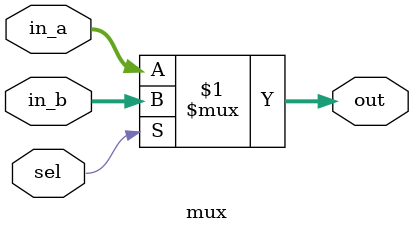
<source format=v>
`timescale 1ns / 1ps


module mux(
    input wire [31:0] in_a,
    input wire [31:0] in_b,
    input wire sel,         // in_a when sel = 0, in_b when sel = 1
    output wire [31:0] out
    );
    
    assign out = (sel) ? in_b : in_a;
    
endmodule

</source>
